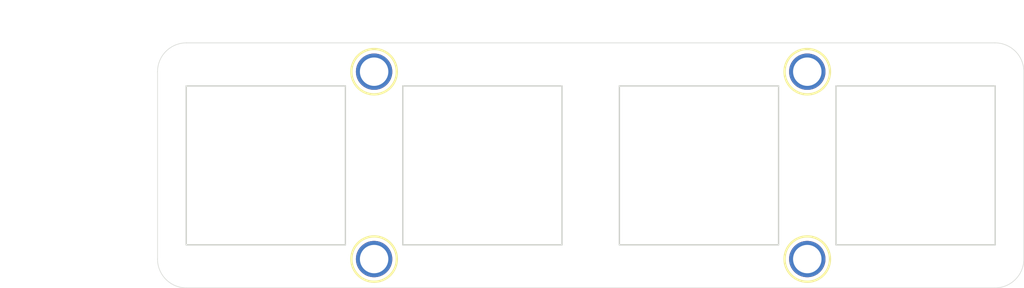
<source format=kicad_pcb>
(kicad_pcb (version 20171130) (host pcbnew 5.1.10-88a1d61d58~88~ubuntu20.04.1)

  (general
    (thickness 1.6)
    (drawings 11)
    (tracks 0)
    (zones 0)
    (modules 8)
    (nets 1)
  )

  (page A4)
  (layers
    (0 Top signal)
    (31 Bottom signal)
    (32 B.Adhes user)
    (33 F.Adhes user)
    (34 B.Paste user)
    (35 F.Paste user)
    (36 B.SilkS user)
    (37 F.SilkS user)
    (38 B.Mask user)
    (39 F.Mask user)
    (40 Dwgs.User user)
    (41 Cmts.User user)
    (42 Eco1.User user)
    (43 Eco2.User user)
    (44 Edge.Cuts user)
    (45 Margin user)
    (46 B.CrtYd user)
    (47 F.CrtYd user)
    (48 B.Fab user)
    (49 F.Fab user)
  )

  (setup
    (last_trace_width 0.25)
    (trace_clearance 0.2)
    (zone_clearance 0.508)
    (zone_45_only no)
    (trace_min 0.2)
    (via_size 0.8)
    (via_drill 0.4)
    (via_min_size 0.4)
    (via_min_drill 0.3)
    (uvia_size 0.3)
    (uvia_drill 0.1)
    (uvias_allowed no)
    (uvia_min_size 0.2)
    (uvia_min_drill 0.1)
    (edge_width 0.05)
    (segment_width 0.2)
    (pcb_text_width 0.3)
    (pcb_text_size 1.5 1.5)
    (mod_edge_width 0.12)
    (mod_text_size 1 1)
    (mod_text_width 0.15)
    (pad_size 1.524 1.524)
    (pad_drill 0.762)
    (pad_to_mask_clearance 0)
    (aux_axis_origin 0 0)
    (visible_elements FFEFF97F)
    (pcbplotparams
      (layerselection 0x010fc_ffffffff)
      (usegerberextensions false)
      (usegerberattributes true)
      (usegerberadvancedattributes true)
      (creategerberjobfile true)
      (excludeedgelayer true)
      (linewidth 0.100000)
      (plotframeref false)
      (viasonmask false)
      (mode 1)
      (useauxorigin false)
      (hpglpennumber 1)
      (hpglpenspeed 20)
      (hpglpendiameter 15.000000)
      (psnegative false)
      (psa4output false)
      (plotreference true)
      (plotvalue true)
      (plotinvisibletext false)
      (padsonsilk false)
      (subtractmaskfromsilk false)
      (outputformat 1)
      (mirror false)
      (drillshape 1)
      (scaleselection 1)
      (outputdirectory ""))
  )

  (net 0 "")

  (net_class Default "This is the default net class."
    (clearance 0.2)
    (trace_width 0.25)
    (via_dia 0.8)
    (via_drill 0.4)
    (uvia_dia 0.3)
    (uvia_drill 0.1)
  )

  (module "Adafruit NeoKey 1x4 QT I2C:KAILH_CUTOUT" (layer Top) (tedit 60E08A1E) (tstamp 60E134D9)
    (at 177.0761 105.0036)
    (fp_text reference REF** (at 2.54 -6.35) (layer F.SilkS) hide
      (effects (font (size 1 1) (thickness 0.15)))
    )
    (fp_text value KAILH_CUTOUT (at 1.27 -5.08) (layer F.Fab) hide
      (effects (font (size 1 1) (thickness 0.15)))
    )
    (fp_line (start -7 7) (end 7 7) (layer Edge.Cuts) (width 0.12))
    (fp_line (start -7 -7) (end 7 -7) (layer Edge.Cuts) (width 0.12))
    (fp_line (start 7 -7) (end 7 7) (layer Edge.Cuts) (width 0.12))
    (fp_line (start -7 7) (end -7 -7) (layer Edge.Cuts) (width 0.12))
  )

  (module "Adafruit NeoKey 1x4 QT I2C:KAILH_CUTOUT" (layer Top) (tedit 60E08A1E) (tstamp 60E134BC)
    (at 158.0261 105.0036)
    (fp_text reference REF** (at 2.54 -6.35) (layer F.SilkS) hide
      (effects (font (size 1 1) (thickness 0.15)))
    )
    (fp_text value KAILH_CUTOUT (at 1.27 -5.08) (layer F.Fab) hide
      (effects (font (size 1 1) (thickness 0.15)))
    )
    (fp_line (start -7 7) (end 7 7) (layer Edge.Cuts) (width 0.12))
    (fp_line (start -7 -7) (end 7 -7) (layer Edge.Cuts) (width 0.12))
    (fp_line (start 7 -7) (end 7 7) (layer Edge.Cuts) (width 0.12))
    (fp_line (start -7 7) (end -7 -7) (layer Edge.Cuts) (width 0.12))
  )

  (module "Adafruit NeoKey 1x4 QT I2C:KAILH_CUTOUT" (layer Top) (tedit 60E08A1E) (tstamp 60E1349F)
    (at 138.9761 105.0036)
    (fp_text reference REF** (at 2.54 -6.35) (layer F.SilkS) hide
      (effects (font (size 1 1) (thickness 0.15)))
    )
    (fp_text value KAILH_CUTOUT (at 1.27 -5.08) (layer F.Fab) hide
      (effects (font (size 1 1) (thickness 0.15)))
    )
    (fp_line (start -7 7) (end 7 7) (layer Edge.Cuts) (width 0.12))
    (fp_line (start -7 -7) (end 7 -7) (layer Edge.Cuts) (width 0.12))
    (fp_line (start 7 -7) (end 7 7) (layer Edge.Cuts) (width 0.12))
    (fp_line (start -7 7) (end -7 -7) (layer Edge.Cuts) (width 0.12))
  )

  (module "Adafruit NeoKey 1x4 QT I2C:KAILH_CUTOUT" (layer Top) (tedit 60E08A1E) (tstamp 60E1333E)
    (at 119.9261 105.0036)
    (fp_text reference REF** (at 2.54 -6.35) (layer F.SilkS) hide
      (effects (font (size 1 1) (thickness 0.15)))
    )
    (fp_text value KAILH_CUTOUT (at 1.27 -5.08) (layer F.Fab) hide
      (effects (font (size 1 1) (thickness 0.15)))
    )
    (fp_line (start -7 7) (end 7 7) (layer Edge.Cuts) (width 0.12))
    (fp_line (start -7 -7) (end 7 -7) (layer Edge.Cuts) (width 0.12))
    (fp_line (start 7 -7) (end 7 7) (layer Edge.Cuts) (width 0.12))
    (fp_line (start -7 7) (end -7 -7) (layer Edge.Cuts) (width 0.12))
  )

  (module "Adafruit NeoKey 1x4 QT I2C:MOUNTINGHOLE_2.5_PLATED" (layer Top) (tedit 0) (tstamp 60E086CA)
    (at 129.4511 113.2586)
    (fp_text reference U$21 (at 0 0) (layer F.SilkS) hide
      (effects (font (size 1.27 1.27) (thickness 0.15)))
    )
    (fp_text value MOUNTINGHOLE2.5 (at 0 0) (layer F.SilkS) hide
      (effects (font (size 1.27 1.27) (thickness 0.15)))
    )
    (fp_circle (center 0 0) (end 2 0) (layer F.SilkS) (width 0.2032))
    (fp_circle (center 0 0) (end 1 0) (layer Dwgs.User) (width 2.032))
    (fp_circle (center 0 0) (end 1 0) (layer Dwgs.User) (width 2.032))
    (fp_circle (center 0 0) (end 1 0) (layer Dwgs.User) (width 2.032))
    (fp_circle (center 0 0) (end 1 0) (layer Dwgs.User) (width 2.032))
    (pad P$1 thru_hole circle (at 0 0) (size 3.2 3.2) (drill 2.5) (layers *.Cu *.Mask)
      (solder_mask_margin 0.0508))
  )

  (module "Adafruit NeoKey 1x4 QT I2C:MOUNTINGHOLE_2.5_PLATED" (layer Top) (tedit 0) (tstamp 60E086C1)
    (at 167.5511 113.2586)
    (fp_text reference U$19 (at 0 0) (layer F.SilkS) hide
      (effects (font (size 1.27 1.27) (thickness 0.15)))
    )
    (fp_text value MOUNTINGHOLE2.5 (at 0 0) (layer F.SilkS) hide
      (effects (font (size 1.27 1.27) (thickness 0.15)))
    )
    (fp_circle (center 0 0) (end 2 0) (layer F.SilkS) (width 0.2032))
    (fp_circle (center 0 0) (end 1 0) (layer Dwgs.User) (width 2.032))
    (fp_circle (center 0 0) (end 1 0) (layer Dwgs.User) (width 2.032))
    (fp_circle (center 0 0) (end 1 0) (layer Dwgs.User) (width 2.032))
    (fp_circle (center 0 0) (end 1 0) (layer Dwgs.User) (width 2.032))
    (pad P$1 thru_hole circle (at 0 0) (size 3.2 3.2) (drill 2.5) (layers *.Cu *.Mask)
      (solder_mask_margin 0.0508))
  )

  (module "Adafruit NeoKey 1x4 QT I2C:MOUNTINGHOLE_2.5_PLATED" (layer Top) (tedit 0) (tstamp 60E08669)
    (at 167.5511 96.7486)
    (fp_text reference U$3 (at 0 0) (layer F.SilkS) hide
      (effects (font (size 1.27 1.27) (thickness 0.15)))
    )
    (fp_text value MOUNTINGHOLE2.5 (at 0 0) (layer F.SilkS) hide
      (effects (font (size 1.27 1.27) (thickness 0.15)))
    )
    (fp_circle (center 0 0) (end 2 0) (layer F.SilkS) (width 0.2032))
    (fp_circle (center 0 0) (end 1 0) (layer Dwgs.User) (width 2.032))
    (fp_circle (center 0 0) (end 1 0) (layer Dwgs.User) (width 2.032))
    (fp_circle (center 0 0) (end 1 0) (layer Dwgs.User) (width 2.032))
    (fp_circle (center 0 0) (end 1 0) (layer Dwgs.User) (width 2.032))
    (pad P$1 thru_hole circle (at 0 0) (size 3.2 3.2) (drill 2.5) (layers *.Cu *.Mask)
      (solder_mask_margin 0.0508))
  )

  (module "Adafruit NeoKey 1x4 QT I2C:MOUNTINGHOLE_2.5_PLATED" (layer Top) (tedit 0) (tstamp 60E08672)
    (at 129.4511 96.7486)
    (fp_text reference U$17 (at 0 0) (layer F.SilkS) hide
      (effects (font (size 1.27 1.27) (thickness 0.15)))
    )
    (fp_text value MOUNTINGHOLE2.5 (at 0 0) (layer F.SilkS) hide
      (effects (font (size 1.27 1.27) (thickness 0.15)))
    )
    (fp_circle (center 0 0) (end 2 0) (layer F.SilkS) (width 0.2032))
    (fp_circle (center 0 0) (end 1 0) (layer Dwgs.User) (width 2.032))
    (fp_circle (center 0 0) (end 1 0) (layer Dwgs.User) (width 2.032))
    (fp_circle (center 0 0) (end 1 0) (layer Dwgs.User) (width 2.032))
    (fp_circle (center 0 0) (end 1 0) (layer Dwgs.User) (width 2.032))
    (pad P$1 thru_hole circle (at 0 0) (size 3.2 3.2) (drill 2.5) (layers *.Cu *.Mask)
      (solder_mask_margin 0.0508))
  )

  (gr_arc (start 184.0611 113.2586) (end 184.0611 115.7986) (angle -90) (layer Edge.Cuts) (width 0.05) (tstamp 60E13840))
  (gr_line (start 186.6011 96.7486) (end 186.6011 113.2586) (layer Edge.Cuts) (width 0.05) (tstamp 4E515730))
  (gr_line (start 184.0611 115.7986) (end 112.9411 115.7986) (layer Edge.Cuts) (width 0.05) (tstamp 4E516100))
  (gr_arc (start 112.9411 113.2586) (end 112.9411 115.7986) (angle 90) (layer Edge.Cuts) (width 0.05) (tstamp 4E516540))
  (gr_line (start 110.4011 113.2586) (end 110.4011 96.7486) (layer Edge.Cuts) (width 0.05) (tstamp 4C274B40))
  (gr_arc (start 112.9411 96.7486) (end 110.4011 96.7486) (angle 90) (layer Edge.Cuts) (width 0.05) (tstamp 4C274F80))
  (gr_line (start 112.9411 94.2086) (end 184.0611 94.2086) (layer Edge.Cuts) (width 0.05) (tstamp 4C275480))
  (gr_arc (start 184.0611 96.7486) (end 184.0611 94.2086) (angle 90) (layer Edge.Cuts) (width 0.05) (tstamp 4C275900))
  (dimension 38.0365 (width 0.1) (layer Dwgs.User)
    (gr_text "38.036 mm" (at 148.53285 91.1806) (layer Dwgs.User)
      (effects (font (size 1 1) (thickness 0.15)))
    )
    (feature1 (pts (xy 167.5511 98.0186) (xy 167.5511 91.844179)))
    (feature2 (pts (xy 129.5146 98.0186) (xy 129.5146 91.844179)))
    (crossbar (pts (xy 129.5146 92.4306) (xy 167.5511 92.4306)))
    (arrow1a (pts (xy 167.5511 92.4306) (xy 166.424596 93.017021)))
    (arrow1b (pts (xy 167.5511 92.4306) (xy 166.424596 91.844179)))
    (arrow2a (pts (xy 129.5146 92.4306) (xy 130.641104 93.017021)))
    (arrow2b (pts (xy 129.5146 92.4306) (xy 130.641104 91.844179)))
  )
  (dimension 17.78 (width 0.1) (layer Dwgs.User)
    (gr_text "17.780 mm" (at 100.2611 105.0036 90) (layer Dwgs.User)
      (effects (font (size 1 1) (thickness 0.15)))
    )
    (feature1 (pts (xy 148.5011 96.1136) (xy 100.924679 96.1136)))
    (feature2 (pts (xy 148.5011 113.8936) (xy 100.924679 113.8936)))
    (crossbar (pts (xy 101.5111 113.8936) (xy 101.5111 96.1136)))
    (arrow1a (pts (xy 101.5111 96.1136) (xy 102.097521 97.240104)))
    (arrow1b (pts (xy 101.5111 96.1136) (xy 100.924679 97.240104)))
    (arrow2a (pts (xy 101.5111 113.8936) (xy 102.097521 112.767096)))
    (arrow2b (pts (xy 101.5111 113.8936) (xy 100.924679 112.767096)))
  )
  (dimension 16.51 (width 0.1) (layer Dwgs.User)
    (gr_text "16.510 mm" (at 104.9601 105.0036 90) (layer Dwgs.User)
      (effects (font (size 1 1) (thickness 0.15)))
    )
    (feature1 (pts (xy 129.5146 96.7486) (xy 105.623679 96.7486)))
    (feature2 (pts (xy 129.5146 113.2586) (xy 105.623679 113.2586)))
    (crossbar (pts (xy 106.2101 113.2586) (xy 106.2101 96.7486)))
    (arrow1a (pts (xy 106.2101 96.7486) (xy 106.796521 97.875104)))
    (arrow1b (pts (xy 106.2101 96.7486) (xy 105.623679 97.875104)))
    (arrow2a (pts (xy 106.2101 113.2586) (xy 106.796521 112.132096)))
    (arrow2b (pts (xy 106.2101 113.2586) (xy 105.623679 112.132096)))
  )

)

</source>
